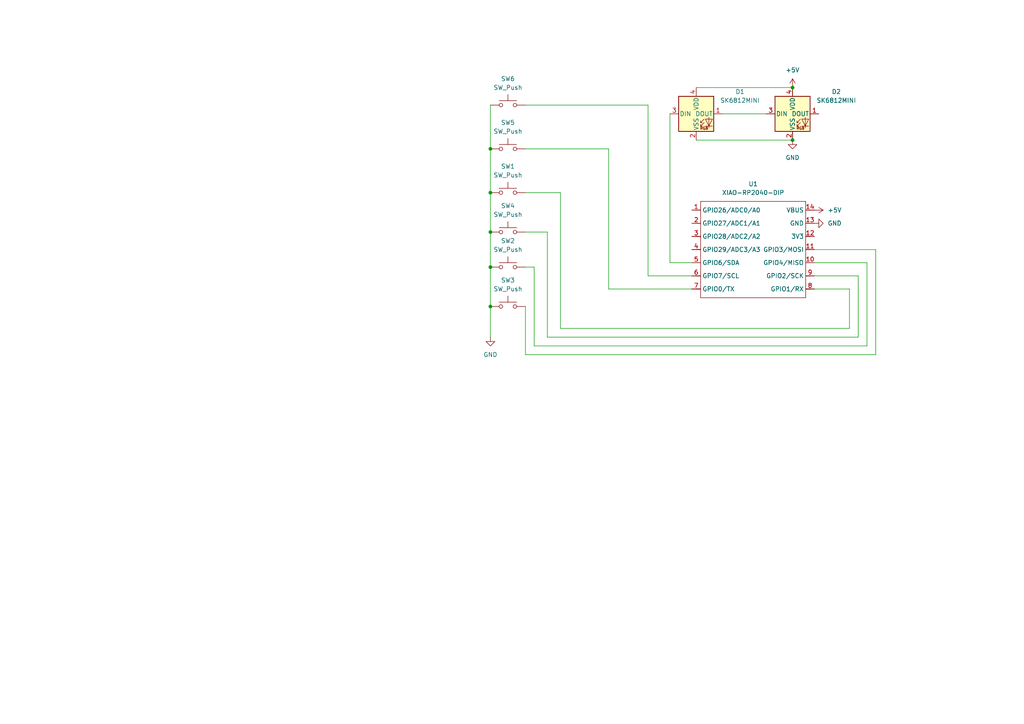
<source format=kicad_sch>
(kicad_sch (version 20250114) (generator "eeschema") (generator_version "9.0")
  (paper "A4")
  (lib_symbols
    (symbol "LED:SK6812MINI" (pin_names (offset 0.254))
      (property "Reference" "D" (at 5.08 5.715 0))
      (property "Value" "SK6812MINI" (at 1.27 -5.715 0))
      (symbol "SK6812MINI_0_0"
        (text "RGB" (at 2.286 -4.191 0) (effects (font (size 0.762 0.762))))
      )
      (symbol "SK6812MINI_0_1"
        (polyline (pts (xy 1.27 -2.54) (xy 1.778 -2.54)))
        (polyline (pts (xy 1.27 -3.556) (xy 1.778 -3.556)))
        (polyline (pts (xy 2.286 -1.524) (xy 1.27 -2.54) (xy 1.27 -2.032)))
        (polyline (pts (xy 2.286 -2.54) (xy 1.27 -3.556) (xy 1.27 -3.048)))
        (polyline (pts (xy 3.683 -1.016) (xy 3.683 -3.556) (xy 3.683 -4.064)))
        (polyline (pts (xy 4.699 -1.524) (xy 2.667 -1.524) (xy 3.683 -3.556) (xy 4.699 -1.524)))
        (polyline (pts (xy 4.699 -3.556) (xy 2.667 -3.556)))
        (rectangle (start 5.08 5.08) (end -5.08 -5.08) (stroke (width 0.254)) (fill (type background)))
      )
      (symbol "SK6812MINI_1_1"
        (pin input line (at -7.62 0 0) (length 2.54) (name "DIN") (number "3"))
        (pin power_in line (at 0 7.62 270) (length 2.54) (name "VDD") (number "4"))
        (pin power_in line (at 0 -7.62 90) (length 2.54) (name "VSS") (number "2"))
        (pin output line (at 7.62 0 180) (length 2.54) (name "DOUT") (number "1"))
      )
    )
    (symbol "OPL:XIAO-RP2040-DIP"
      (property "Reference" "U" (at 0 0 0))
      (property "Value" "XIAO-RP2040-DIP" (at 5.334 -1.778 0))
      (symbol "XIAO-RP2040-DIP_1_0"
        (polyline (pts (xy -1.27 -2.54) (xy 29.21 -2.54)) (stroke (width 0.1524)))
        (polyline (pts (xy -1.27 -5.08) (xy -2.54 -5.08)) (stroke (width 0.1524)))
        (polyline (pts (xy -1.27 -5.08) (xy -1.27 -2.54)) (stroke (width 0.1524)))
        (polyline (pts (xy -1.27 -8.89) (xy -2.54 -8.89)) (stroke (width 0.1524)))
        (polyline (pts (xy -1.27 -8.89) (xy -1.27 -5.08)) (stroke (width 0.1524)))
        (polyline (pts (xy -1.27 -12.7) (xy -2.54 -12.7)) (stroke (width 0.1524)))
        (polyline (pts (xy -1.27 -12.7) (xy -1.27 -8.89)) (stroke (width 0.1524)))
        (polyline (pts (xy -1.27 -16.51) (xy -2.54 -16.51)) (stroke (width 0.1524)))
        (polyline (pts (xy -1.27 -16.51) (xy -1.27 -12.7)) (stroke (width 0.1524)))
        (polyline (pts (xy -1.27 -20.32) (xy -2.54 -20.32)) (stroke (width 0.1524)))
        (polyline (pts (xy -1.27 -24.13) (xy -2.54 -24.13)) (stroke (width 0.1524)))
        (polyline (pts (xy -1.27 -27.94) (xy -2.54 -27.94)) (stroke (width 0.1524)))
        (polyline (pts (xy -1.27 -30.48) (xy -1.27 -16.51)) (stroke (width 0.1524)))
        (polyline (pts (xy 29.21 -2.54) (xy 29.21 -5.08)) (stroke (width 0.1524)))
        (polyline (pts (xy 29.21 -5.08) (xy 29.21 -8.89)) (stroke (width 0.1524)))
        (polyline (pts (xy 29.21 -8.89) (xy 29.21 -12.7)) (stroke (width 0.1524)))
        (polyline (pts (xy 29.21 -12.7) (xy 29.21 -30.48)) (stroke (width 0.1524)))
        (polyline (pts (xy 29.21 -30.48) (xy -1.27 -30.48)) (stroke (width 0.1524)))
        (polyline (pts (xy 30.48 -5.08) (xy 29.21 -5.08)) (stroke (width 0.1524)))
        (polyline (pts (xy 30.48 -8.89) (xy 29.21 -8.89)) (stroke (width 0.1524)))
        (polyline (pts (xy 30.48 -12.7) (xy 29.21 -12.7)) (stroke (width 0.1524)))
        (polyline (pts (xy 30.48 -16.51) (xy 29.21 -16.51)) (stroke (width 0.1524)))
        (polyline (pts (xy 30.48 -20.32) (xy 29.21 -20.32)) (stroke (width 0.1524)))
        (polyline (pts (xy 30.48 -24.13) (xy 29.21 -24.13)) (stroke (width 0.1524)))
        (polyline (pts (xy 30.48 -27.94) (xy 29.21 -27.94)) (stroke (width 0.1524)))
        (pin passive line (at -3.81 -5.08 0) (length 2.54) (name "GPIO26/ADC0/A0") (number "1"))
        (pin passive line (at -3.81 -8.89 0) (length 2.54) (name "GPIO27/ADC1/A1") (number "2"))
        (pin passive line (at -3.81 -12.7 0) (length 2.54) (name "GPIO28/ADC2/A2") (number "3"))
        (pin passive line (at -3.81 -16.51 0) (length 2.54) (name "GPIO29/ADC3/A3") (number "4"))
        (pin passive line (at -3.81 -20.32 0) (length 2.54) (name "GPIO6/SDA") (number "5"))
        (pin passive line (at -3.81 -24.13 0) (length 2.54) (name "GPIO7/SCL") (number "6"))
        (pin passive line (at -3.81 -27.94 0) (length 2.54) (name "GPIO0/TX") (number "7"))
        (pin passive line (at 31.75 -5.08 180) (length 2.54) (name "VBUS") (number "14"))
        (pin passive line (at 31.75 -8.89 180) (length 2.54) (name "GND") (number "13"))
        (pin passive line (at 31.75 -12.7 180) (length 2.54) (name "3V3") (number "12"))
        (pin passive line (at 31.75 -16.51 180) (length 2.54) (name "GPIO3/MOSI") (number "11"))
        (pin passive line (at 31.75 -20.32 180) (length 2.54) (name "GPIO4/MISO") (number "10"))
        (pin passive line (at 31.75 -24.13 180) (length 2.54) (name "GPIO2/SCK") (number "9"))
        (pin passive line (at 31.75 -27.94 180) (length 2.54) (name "GPIO1/RX") (number "8"))
      )
    )
    (symbol "Switch:SW_Push" (pin_numbers (hide yes)) (pin_names (offset 1.016) (hide yes))
      (property "Reference" "SW" (at 1.27 2.54 0))
      (property "Value" "SW_Push" (at 0 -1.524 0))
      (symbol "SW_Push_0_1"
        (circle (center -2.032 0) (radius 0.508))
        (polyline (pts (xy 0 1.27) (xy 0 3.048)))
        (circle (center 2.032 0) (radius 0.508))
        (polyline (pts (xy 2.54 1.27) (xy -2.54 1.27)))
        (pin passive line (at -5.08 0 0) (length 2.54) (name "1") (number "1"))
        (pin passive line (at 5.08 0 180) (length 2.54) (name "2") (number "2"))
      )
    )
    (symbol "power:+5V" (power) (pin_numbers (hide yes)) (pin_names (offset 0) (hide yes))
      (property "Value" "+5V" (at 0 3.556 0))
      (symbol "+5V_0_1"
        (polyline (pts (xy -0.762 1.27) (xy 0 2.54)))
        (polyline (pts (xy 0 2.54) (xy 0.762 1.27)))
        (polyline (pts (xy 0 0) (xy 0 2.54)))
      )
      (symbol "+5V_1_1"
        (pin power_in line (at 0 0 90) (length 0) (name "~") (number "1"))
      )
    )
    (symbol "power:GND" (power) (pin_numbers (hide yes)) (pin_names (offset 0) (hide yes))
      (property "Value" "GND" (at 0 -3.81 0))
      (symbol "GND_0_1"
        (polyline (pts (xy 0 0) (xy 0 -1.27) (xy 1.27 -1.27) (xy 0 -2.54) (xy -1.27 -1.27) (xy 0 -1.27)))
      )
      (symbol "GND_1_1"
        (pin power_in line (at 0 0 270) (length 0) (name "~") (number "1"))
      )
    )
  )
  (junction (at 142.24 88.9))
  (junction (at 142.24 67.31))
  (junction (at 229.87 40.64))
  (junction (at 142.24 77.47))
  (junction (at 142.24 55.88))
  (junction (at 142.24 43.18))
  (junction (at 229.87 25.4))
  (wire (pts (xy 248.92 80.01) (xy 248.92 97.79)))
  (wire (pts (xy 187.96 30.48) (xy 152.4 30.48)))
  (wire (pts (xy 201.93 25.4) (xy 229.87 25.4)))
  (wire (pts (xy 154.94 100.33) (xy 154.94 77.47)))
  (wire (pts (xy 201.93 40.64) (xy 229.87 40.64)))
  (wire (pts (xy 176.53 43.18) (xy 152.4 43.18)))
  (wire (pts (xy 236.22 80.01) (xy 248.92 80.01)))
  (wire (pts (xy 246.38 95.25) (xy 162.56 95.25)))
  (wire (pts (xy 254 72.39) (xy 254 102.87)))
  (wire (pts (xy 158.75 97.79) (xy 158.75 67.31)))
  (wire (pts (xy 142.24 30.48) (xy 142.24 43.18)))
  (wire (pts (xy 162.56 95.25) (xy 162.56 55.88)))
  (wire (pts (xy 248.92 97.79) (xy 158.75 97.79)))
  (wire (pts (xy 251.46 76.2) (xy 251.46 100.33)))
  (wire (pts (xy 142.24 77.47) (xy 142.24 88.9)))
  (wire (pts (xy 187.96 80.01) (xy 187.96 30.48)))
  (wire (pts (xy 142.24 43.18) (xy 142.24 55.88)))
  (wire (pts (xy 209.55 33.02) (xy 222.25 33.02)))
  (wire (pts (xy 254 102.87) (xy 152.4 102.87)))
  (wire (pts (xy 200.66 76.2) (xy 194.31 76.2)))
  (wire (pts (xy 152.4 102.87) (xy 152.4 88.9)))
  (wire (pts (xy 158.75 67.31) (xy 152.4 67.31)))
  (wire (pts (xy 176.53 83.82) (xy 176.53 43.18)))
  (wire (pts (xy 142.24 67.31) (xy 142.24 77.47)))
  (wire (pts (xy 251.46 100.33) (xy 154.94 100.33)))
  (wire (pts (xy 142.24 55.88) (xy 142.24 67.31)))
  (wire (pts (xy 194.31 76.2) (xy 194.31 33.02)))
  (wire (pts (xy 246.38 83.82) (xy 246.38 95.25)))
  (wire (pts (xy 236.22 72.39) (xy 254 72.39)))
  (wire (pts (xy 162.56 55.88) (xy 152.4 55.88)))
  (wire (pts (xy 236.22 83.82) (xy 246.38 83.82)))
  (wire (pts (xy 236.22 76.2) (xy 251.46 76.2)))
  (wire (pts (xy 154.94 77.47) (xy 152.4 77.47)))
  (wire (pts (xy 200.66 80.01) (xy 187.96 80.01)))
  (wire (pts (xy 200.66 83.82) (xy 176.53 83.82)))
  (wire (pts (xy 142.24 88.9) (xy 142.24 97.79)))
  (symbol (lib_id "Switch:SW_Push") (at 147.32 88.9 0) (unit 1)
    (property "Reference" "SW3" (at 147.32 81.28 0))
    (property "Value" "SW_Push" (at 147.32 83.82 0))
    (property "Footprint" "Button_Switch_Keyboard:SW_Cherry_MX_1.00u_PCB" (effects (hide yes)))
    (property "Description" "Push button switch, generic, two pins" (effects (hide yes)))
  )
  (symbol (lib_id "Switch:SW_Push") (at 147.32 30.48 0) (unit 1)
    (property "Reference" "SW6" (at 147.32 22.86 0))
    (property "Value" "SW_Push" (at 147.32 25.4 0))
    (property "Footprint" "Button_Switch_Keyboard:SW_Cherry_MX_1.00u_PCB" (effects (hide yes)))
    (property "Description" "Push button switch, generic, two pins" (effects (hide yes)))
  )
  (symbol (lib_id "Switch:SW_Push") (at 147.32 67.31 0) (unit 1)
    (property "Reference" "SW4" (at 147.32 59.69 0))
    (property "Value" "SW_Push" (at 147.32 62.23 0))
    (property "Footprint" "Button_Switch_Keyboard:SW_Cherry_MX_1.00u_PCB" (effects (hide yes)))
    (property "Description" "Push button switch, generic, two pins" (effects (hide yes)))
  )
  (symbol (lib_id "Switch:SW_Push") (at 147.32 43.18 0) (unit 1)
    (property "Reference" "SW5" (at 147.32 35.56 0))
    (property "Value" "SW_Push" (at 147.32 38.1 0))
    (property "Footprint" "Button_Switch_Keyboard:SW_Cherry_MX_1.00u_PCB" (effects (hide yes)))
    (property "Description" "Push button switch, generic, two pins" (effects (hide yes)))
  )
  (symbol (lib_id "power:+5V") (at 229.87 25.4 0) (unit 1)
    (property "Reference" "#PWR02" (effects (hide yes)))
    (property "Value" "+5V" (at 229.87 20.32 0))
    (property "Description" "Power symbol creates a global label with name \"+5V\"" (effects (hide yes)))
  )
  (symbol (lib_id "power:+5V") (at 236.22 60.96 270) (unit 1)
    (property "Reference" "#PWR04" (effects (hide yes)))
    (property "Value" "+5V" (at 240.03 60.9599 90) (effects (justify left)))
    (property "Description" "Power symbol creates a global label with name \"+5V\"" (effects (hide yes)))
  )
  (symbol (lib_id "OPL:XIAO-RP2040-DIP") (at 204.47 55.88 0) (unit 1)
    (property "Reference" "U1" (at 218.44 53.34 0))
    (property "Value" "XIAO-RP2040-DIP" (at 218.44 55.88 0))
    (property "Footprint" "OPL:XIAO-RP2040-DIP" (effects (hide yes)))
  )
  (symbol (lib_id "Switch:SW_Push") (at 147.32 55.88 0) (unit 1)
    (property "Reference" "SW1" (at 147.32 48.26 0))
    (property "Value" "SW_Push" (at 147.32 50.8 0))
    (property "Footprint" "Button_Switch_Keyboard:SW_Cherry_MX_1.00u_PCB" (effects (hide yes)))
    (property "Description" "Push button switch, generic, two pins" (effects (hide yes)))
  )
  (symbol (lib_id "Switch:SW_Push") (at 147.32 77.47 0) (unit 1)
    (property "Reference" "SW2" (at 147.32 69.85 0))
    (property "Value" "SW_Push" (at 147.32 72.39 0))
    (property "Footprint" "Button_Switch_Keyboard:SW_Cherry_MX_1.00u_PCB" (effects (hide yes)))
    (property "Description" "Push button switch, generic, two pins" (effects (hide yes)))
  )
  (symbol (lib_id "power:GND") (at 142.24 97.79 0) (unit 1)
    (property "Reference" "#PWR01" (effects (hide yes)))
    (property "Value" "GND" (at 142.24 102.87 0))
    (property "Description" "Power symbol creates a global label with name \"GND\" , ground" (effects (hide yes)))
  )
  (symbol (lib_id "LED:SK6812MINI") (at 229.87 33.02 0) (unit 1)
    (property "Reference" "D2" (at 242.57 26.5998 0))
    (property "Value" "SK6812MINI" (at 242.57 29.1398 0))
    (property "Footprint" "LED_SMD:LED_SK6812MINI_PLCC4_3.5x3.5mm_P1.75mm" (effects (hide yes)))
    (property "Datasheet" "https://cdn-shop.adafruit.com/product-files/2686/SK6812MINI_REV.01-1-2.pdf" (effects (hide yes)))
    (property "Description" "RGB LED with integrated controller" (effects (hide yes)))
  )
  (symbol (lib_id "LED:SK6812MINI") (at 201.93 33.02 0) (unit 1)
    (property "Reference" "D1" (at 214.63 26.5998 0))
    (property "Value" "SK6812MINI" (at 214.63 29.1398 0))
    (property "Footprint" "LED_SMD:LED_SK6812MINI_PLCC4_3.5x3.5mm_P1.75mm" (effects (hide yes)))
    (property "Datasheet" "https://cdn-shop.adafruit.com/product-files/2686/SK6812MINI_REV.01-1-2.pdf" (effects (hide yes)))
    (property "Description" "RGB LED with integrated controller" (effects (hide yes)))
  )
  (symbol (lib_id "power:GND") (at 236.22 64.77 90) (unit 1)
    (property "Reference" "#PWR05" (effects (hide yes)))
    (property "Value" "GND" (at 240.03 64.7699 90) (effects (justify right)))
    (property "Description" "Power symbol creates a global label with name \"GND\" , ground" (effects (hide yes)))
  )
  (symbol (lib_id "power:GND") (at 229.87 40.64 0) (unit 1)
    (property "Reference" "#PWR03" (effects (hide yes)))
    (property "Value" "GND" (at 229.87 45.72 0))
    (property "Description" "Power symbol creates a global label with name \"GND\" , ground" (effects (hide yes)))
  )
)
</source>
